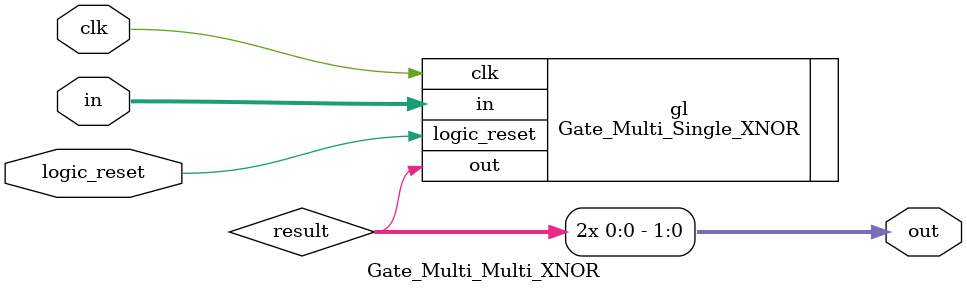
<source format=v>
module Gate_Multi_Multi_XNOR #(
    parameter INPUT_COUNT = 2,
    parameter OUTPUT_COUNT = 2
)(        
    input wire clk,
    input wire logic_reset,       
    input wire [INPUT_COUNT-1:0] in, 
    output wire [OUTPUT_COUNT-1:0] out
);

    wire result;

    assign out = {OUTPUT_COUNT{result}};

    Gate_Multi_Single_XNOR #( .INPUT_COUNT(INPUT_COUNT) ) gl (
        .clk(clk),
        .logic_reset(logic_reset),
        .in(in),
        .out(result)
    );

endmodule
</source>
